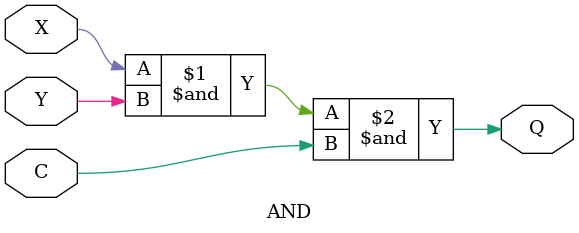
<source format=v>
`timescale 1ns / 1ps

module AND(X, Y, C, Q  );

input X, Y, C;

output Q;

assign Q = (X&Y&C);


endmodule

</source>
